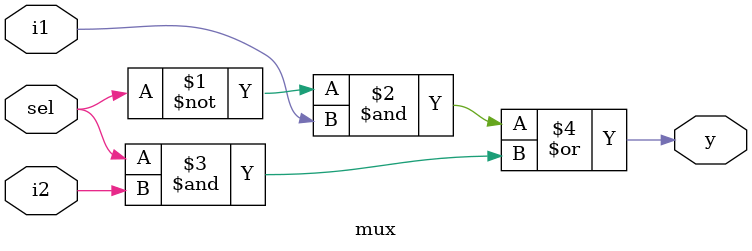
<source format=v>
`timescale 1ns / 1ps

module mux(input i1,input i2,input sel,output y);
 assign y=(~sel&i1)|(sel&i2);
endmodule

</source>
